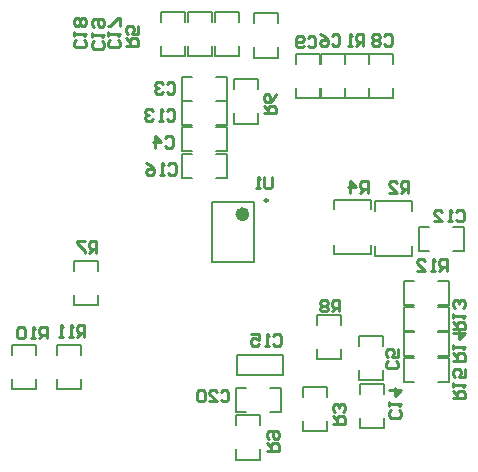
<source format=gbo>
G04 Layer_Color=32896*
%FSTAX24Y24*%
%MOIN*%
G70*
G01*
G75*
%ADD26C,0.0079*%
%ADD42C,0.0100*%
%ADD43C,0.0236*%
%ADD44C,0.0098*%
%ADD48C,0.0050*%
%ADD49C,0.0070*%
D26*
X034659Y028566D02*
Y030534D01*
X033241Y028566D02*
Y030534D01*
X034659D01*
X033241Y028566D02*
X034659D01*
D42*
X0351Y02225D02*
X035494D01*
Y022447D01*
X035428Y022512D01*
X035297D01*
X035231Y022447D01*
Y02225D01*
Y022381D02*
X0351Y022512D01*
X035166Y022644D02*
X0351Y022709D01*
Y02284D01*
X035166Y022906D01*
X035428D01*
X035494Y02284D01*
Y022709D01*
X035428Y022644D01*
X035362D01*
X035297Y022709D01*
Y022906D01*
X0375Y0269D02*
Y027294D01*
X037303D01*
X037238Y027228D01*
Y027097D01*
X037303Y027031D01*
X0375D01*
X037369D02*
X037238Y0269D01*
X037106Y027228D02*
X037041Y027294D01*
X03691D01*
X036844Y027228D01*
Y027162D01*
X03691Y027097D01*
X036844Y027031D01*
Y026966D01*
X03691Y0269D01*
X037041D01*
X037106Y026966D01*
Y027031D01*
X037041Y027097D01*
X037106Y027162D01*
Y027228D01*
X037041Y027097D02*
X03691D01*
X0294Y02885D02*
Y029244D01*
X029203D01*
X029138Y029178D01*
Y029047D01*
X029203Y028981D01*
X0294D01*
X029269D02*
X029138Y02885D01*
X029006Y029244D02*
X028744D01*
Y029178D01*
X029006Y028916D01*
Y02885D01*
X035Y0335D02*
X035394D01*
Y033697D01*
X035328Y033762D01*
X035197D01*
X035131Y033697D01*
Y0335D01*
Y033631D02*
X035Y033762D01*
X035394Y034156D02*
X035328Y034025D01*
X035197Y033894D01*
X035066D01*
X035Y033959D01*
Y03409D01*
X035066Y034156D01*
X035131D01*
X035197Y03409D01*
Y033894D01*
X0304Y03575D02*
X030794D01*
Y035947D01*
X030728Y036012D01*
X030597D01*
X030531Y035947D01*
Y03575D01*
Y035881D02*
X0304Y036012D01*
X030794Y036406D02*
Y036144D01*
X030597D01*
X030662Y036275D01*
Y03634D01*
X030597Y036406D01*
X030466D01*
X0304Y03634D01*
Y036209D01*
X030466Y036144D01*
X03845Y03085D02*
Y031244D01*
X038253D01*
X038188Y031178D01*
Y031047D01*
X038253Y030981D01*
X03845D01*
X038319D02*
X038188Y03085D01*
X03786D02*
Y031244D01*
X038056Y031047D01*
X037794D01*
X0373Y02315D02*
X037694D01*
Y023347D01*
X037628Y023412D01*
X037497D01*
X037431Y023347D01*
Y02315D01*
Y023281D02*
X0373Y023412D01*
X037628Y023544D02*
X037694Y023609D01*
Y02374D01*
X037628Y023806D01*
X037562D01*
X037497Y02374D01*
Y023675D01*
Y02374D01*
X037431Y023806D01*
X037366D01*
X0373Y02374D01*
Y023609D01*
X037366Y023544D01*
X0398Y03085D02*
Y031244D01*
X039603D01*
X039538Y031178D01*
Y031047D01*
X039603Y030981D01*
X0398D01*
X039669D02*
X039538Y03085D01*
X039144D02*
X039406D01*
X039144Y031112D01*
Y031178D01*
X03921Y031244D01*
X039341D01*
X039406Y031178D01*
X0383Y03575D02*
Y036144D01*
X038103D01*
X038038Y036078D01*
Y035947D01*
X038103Y035881D01*
X0383D01*
X038169D02*
X038038Y03575D01*
X037906D02*
X037775D01*
X037841D01*
Y036144D01*
X037906Y036078D01*
X033538Y024228D02*
X033603Y024294D01*
X033734D01*
X0338Y024228D01*
Y023966D01*
X033734Y0239D01*
X033603D01*
X033538Y023966D01*
X033144Y0239D02*
X033406D01*
X033144Y024162D01*
Y024228D01*
X03321Y024294D01*
X033341D01*
X033406Y024228D01*
X033013D02*
X032947Y024294D01*
X032816D01*
X03275Y024228D01*
Y023966D01*
X032816Y0239D01*
X032947D01*
X033013Y023966D01*
Y024228D01*
X029578Y035912D02*
X029644Y035847D01*
Y035716D01*
X029578Y03565D01*
X029316D01*
X02925Y035716D01*
Y035847D01*
X029316Y035912D01*
X02925Y036044D02*
Y036175D01*
Y036109D01*
X029644D01*
X029578Y036044D01*
X029316Y036372D02*
X02925Y036437D01*
Y036568D01*
X029316Y036634D01*
X029578D01*
X029644Y036568D01*
Y036437D01*
X029578Y036372D01*
X029512D01*
X029447Y036437D01*
Y036634D01*
X028978Y035962D02*
X029044Y035897D01*
Y035766D01*
X028978Y0357D01*
X028716D01*
X02865Y035766D01*
Y035897D01*
X028716Y035962D01*
X02865Y036094D02*
Y036225D01*
Y036159D01*
X029044D01*
X028978Y036094D01*
Y036422D02*
X029044Y036487D01*
Y036618D01*
X028978Y036684D01*
X028912D01*
X028847Y036618D01*
X028781Y036684D01*
X028716D01*
X02865Y036618D01*
Y036487D01*
X028716Y036422D01*
X028781D01*
X028847Y036487D01*
X028912Y036422D01*
X028978D01*
X028847Y036487D02*
Y036618D01*
X030128Y035962D02*
X030194Y035897D01*
Y035766D01*
X030128Y0357D01*
X029866D01*
X0298Y035766D01*
Y035897D01*
X029866Y035962D01*
X0298Y036094D02*
Y036225D01*
Y036159D01*
X030194D01*
X030128Y036094D01*
X030194Y036422D02*
Y036684D01*
X030128D01*
X029866Y036422D01*
X0298D01*
X031788Y031778D02*
X031853Y031844D01*
X031984D01*
X03205Y031778D01*
Y031516D01*
X031984Y03145D01*
X031853D01*
X031788Y031516D01*
X031656Y03145D02*
X031525D01*
X031591D01*
Y031844D01*
X031656Y031778D01*
X031066Y031844D02*
X031197Y031778D01*
X031328Y031647D01*
Y031516D01*
X031263Y03145D01*
X031132D01*
X031066Y031516D01*
Y031581D01*
X031132Y031647D01*
X031328D01*
X039478Y023612D02*
X039544Y023547D01*
Y023416D01*
X039478Y02335D01*
X039216D01*
X03915Y023416D01*
Y023547D01*
X039216Y023612D01*
X03915Y023744D02*
Y023875D01*
Y023809D01*
X039544D01*
X039478Y023744D01*
X03915Y024268D02*
X039544D01*
X039347Y024072D01*
Y024334D01*
X031738Y033578D02*
X031803Y033644D01*
X031934D01*
X032Y033578D01*
Y033316D01*
X031934Y03325D01*
X031803D01*
X031738Y033316D01*
X031606Y03325D02*
X031475D01*
X031541D01*
Y033644D01*
X031606Y033578D01*
X031278D02*
X031213Y033644D01*
X031082D01*
X031016Y033578D01*
Y033512D01*
X031082Y033447D01*
X031147D01*
X031082D01*
X031016Y033381D01*
Y033316D01*
X031082Y03325D01*
X031213D01*
X031278Y033316D01*
X041388Y030228D02*
X041453Y030294D01*
X041584D01*
X04165Y030228D01*
Y029966D01*
X041584Y0299D01*
X041453D01*
X041388Y029966D01*
X041256Y0299D02*
X041125D01*
X041191D01*
Y030294D01*
X041256Y030228D01*
X040666Y0299D02*
X040928D01*
X040666Y030162D01*
Y030228D01*
X040732Y030294D01*
X040863D01*
X040928Y030228D01*
X036438Y036028D02*
X036503Y036094D01*
X036634D01*
X0367Y036028D01*
Y035766D01*
X036634Y0357D01*
X036503D01*
X036438Y035766D01*
X036306D02*
X036241Y0357D01*
X03611D01*
X036044Y035766D01*
Y036028D01*
X03611Y036094D01*
X036241D01*
X036306Y036028D01*
Y035962D01*
X036241Y035897D01*
X036044D01*
X038988Y036078D02*
X039053Y036144D01*
X039184D01*
X03925Y036078D01*
Y035816D01*
X039184Y03575D01*
X039053D01*
X038988Y035816D01*
X038856Y036078D02*
X038791Y036144D01*
X03866D01*
X038594Y036078D01*
Y036012D01*
X03866Y035947D01*
X038594Y035881D01*
Y035816D01*
X03866Y03575D01*
X038791D01*
X038856Y035816D01*
Y035881D01*
X038791Y035947D01*
X038856Y036012D01*
Y036078D01*
X038791Y035947D02*
X03866D01*
X037238Y036078D02*
X037303Y036144D01*
X037434D01*
X0375Y036078D01*
Y035816D01*
X037434Y03575D01*
X037303D01*
X037238Y035816D01*
X036844Y036144D02*
X036975Y036078D01*
X037106Y035947D01*
Y035816D01*
X037041Y03575D01*
X03691D01*
X036844Y035816D01*
Y035881D01*
X03691Y035947D01*
X037106D01*
X039378Y025262D02*
X039444Y025197D01*
Y025066D01*
X039378Y025D01*
X039116D01*
X03905Y025066D01*
Y025197D01*
X039116Y025262D01*
X039444Y025656D02*
Y025394D01*
X039247D01*
X039312Y025525D01*
Y02559D01*
X039247Y025656D01*
X039116D01*
X03905Y02559D01*
Y025459D01*
X039116Y025394D01*
X031688Y032678D02*
X031753Y032744D01*
X031884D01*
X03195Y032678D01*
Y032416D01*
X031884Y03235D01*
X031753D01*
X031688Y032416D01*
X03136Y03235D02*
Y032744D01*
X031556Y032547D01*
X031294D01*
X031738Y034478D02*
X031803Y034544D01*
X031934D01*
X032Y034478D01*
Y034216D01*
X031934Y03415D01*
X031803D01*
X031738Y034216D01*
X031606Y034478D02*
X031541Y034544D01*
X03141D01*
X031344Y034478D01*
Y034412D01*
X03141Y034347D01*
X031475D01*
X03141D01*
X031344Y034281D01*
Y034216D01*
X03141Y03415D01*
X031541D01*
X031606Y034216D01*
X02775Y026D02*
Y026394D01*
X027553D01*
X027488Y026328D01*
Y026197D01*
X027553Y026131D01*
X02775D01*
X027619D02*
X027488Y026D01*
X027356D02*
X027225D01*
X027291D01*
Y026394D01*
X027356Y026328D01*
X027028D02*
X026963Y026394D01*
X026832D01*
X026766Y026328D01*
Y026066D01*
X026832Y026D01*
X026963D01*
X027028Y026066D01*
Y026328D01*
X029Y02605D02*
Y026444D01*
X028803D01*
X028738Y026378D01*
Y026247D01*
X028803Y026181D01*
X029D01*
X028869D02*
X028738Y02605D01*
X028606D02*
X028475D01*
X028541D01*
Y026444D01*
X028606Y026378D01*
X028278Y02605D02*
X028147D01*
X028213D01*
Y026444D01*
X028278Y026378D01*
X035278Y026088D02*
X035343Y026154D01*
X035474D01*
X03554Y026088D01*
Y025826D01*
X035474Y02576D01*
X035343D01*
X035278Y025826D01*
X035146Y02576D02*
X035015D01*
X035081D01*
Y026154D01*
X035146Y026088D01*
X034556Y026154D02*
X034818D01*
Y025957D01*
X034687Y026022D01*
X034622D01*
X034556Y025957D01*
Y025826D01*
X034622Y02576D01*
X034753D01*
X034818Y025826D01*
X04108Y02824D02*
Y028634D01*
X040883D01*
X040818Y028568D01*
Y028437D01*
X040883Y028371D01*
X04108D01*
X040949D02*
X040818Y02824D01*
X040686D02*
X040555D01*
X040621D01*
Y028634D01*
X040686Y028568D01*
X040096Y02824D02*
X040358D01*
X040096Y028502D01*
Y028568D01*
X040162Y028634D01*
X040293D01*
X040358Y028568D01*
X0413Y0263D02*
X041694D01*
Y026497D01*
X041628Y026562D01*
X041497D01*
X041431Y026497D01*
Y0263D01*
Y026431D02*
X0413Y026562D01*
Y026694D02*
Y026825D01*
Y026759D01*
X041694D01*
X041628Y026694D01*
Y027022D02*
X041694Y027087D01*
Y027218D01*
X041628Y027284D01*
X041562D01*
X041497Y027218D01*
Y027153D01*
Y027218D01*
X041431Y027284D01*
X041366D01*
X0413Y027218D01*
Y027087D01*
X041366Y027022D01*
X0413Y02525D02*
X041694D01*
Y025447D01*
X041628Y025512D01*
X041497D01*
X041431Y025447D01*
Y02525D01*
Y025381D02*
X0413Y025512D01*
Y025644D02*
Y025775D01*
Y025709D01*
X041694D01*
X041628Y025644D01*
X0413Y026168D02*
X041694D01*
X041497Y025972D01*
Y026234D01*
X0413Y024D02*
X041694D01*
Y024197D01*
X041628Y024262D01*
X041497D01*
X041431Y024197D01*
Y024D01*
Y024131D02*
X0413Y024262D01*
Y024394D02*
Y024525D01*
Y024459D01*
X041694D01*
X041628Y024394D01*
X041694Y024984D02*
Y024722D01*
X041497D01*
X041562Y024853D01*
Y024918D01*
X041497Y024984D01*
X041366D01*
X0413Y024918D01*
Y024787D01*
X041366Y024722D01*
X03525Y031394D02*
Y031066D01*
X035184Y031D01*
X035053D01*
X034988Y031066D01*
Y031394D01*
X034856Y031D02*
X034725D01*
X034791D01*
Y031394D01*
X034856Y031328D01*
D43*
X034383Y030141D02*
G03*
X034383Y030141I-000118J0D01*
G01*
D44*
X035111Y030603D02*
G03*
X035111Y030603I-000049J0D01*
G01*
D48*
X03408Y02477D02*
Y02544D01*
Y02477D02*
X03561D01*
Y02544D01*
X03408D02*
X03561D01*
D49*
X0408Y02705D02*
X04114D01*
Y02665D02*
Y02705D01*
Y02625D02*
Y02665D01*
X0408Y02625D02*
X04114D01*
X03966D02*
X04D01*
X03966D02*
Y02665D01*
Y02705D01*
X04D01*
X0408Y0262D02*
X04114D01*
Y0258D02*
Y0262D01*
Y0254D02*
Y0258D01*
X0408Y0254D02*
X04114D01*
X03966D02*
X04D01*
X03966D02*
Y0258D01*
Y0262D01*
X04D01*
X0408Y02535D02*
X04114D01*
Y02495D02*
Y02535D01*
Y02455D02*
Y02495D01*
X0408Y02455D02*
X04114D01*
X03966D02*
X04D01*
X03966D02*
Y02495D01*
Y02535D01*
X04D01*
X0377Y03401D02*
Y03435D01*
Y03401D02*
X0381D01*
X0385D01*
Y03435D01*
Y03515D02*
Y03549D01*
X0381D02*
X0385D01*
X0377D02*
X0381D01*
X0377Y03515D02*
Y03549D01*
X0408Y0279D02*
X04114D01*
Y0275D02*
Y0279D01*
Y0271D02*
Y0275D01*
X0408Y0271D02*
X04114D01*
X03966D02*
X04D01*
X03966D02*
Y0275D01*
Y0279D01*
X04D01*
X04016Y0297D02*
X0405D01*
X04016Y0293D02*
Y0297D01*
Y0289D02*
Y0293D01*
Y0289D02*
X0405D01*
X0413D02*
X04164D01*
Y0293D01*
Y0297D01*
X0413D02*
X04164D01*
X03226Y0347D02*
X0326D01*
X03226Y0343D02*
Y0347D01*
Y0339D02*
Y0343D01*
Y0339D02*
X0326D01*
X0334D02*
X03374D01*
Y0343D01*
Y0347D01*
X0334D02*
X03374D01*
X0393Y03515D02*
Y03549D01*
X0389D02*
X0393D01*
X0385D02*
X0389D01*
X0385Y03515D02*
Y03549D01*
Y03401D02*
Y03435D01*
Y03401D02*
X0389D01*
X0393D01*
Y03435D01*
X03226Y0339D02*
X0326D01*
X03226Y0335D02*
Y0339D01*
Y0331D02*
Y0335D01*
Y0331D02*
X0326D01*
X0334D02*
X03374D01*
Y0335D01*
Y0339D01*
X0334D02*
X03374D01*
X03485Y0231D02*
Y02344D01*
X03445D02*
X03485D01*
X03405D02*
X03445D01*
X03405Y0231D02*
Y02344D01*
Y02196D02*
Y0223D01*
Y02196D02*
X03445D01*
X03485D01*
Y0223D01*
X03406Y02435D02*
X0344D01*
X03406Y02395D02*
Y02435D01*
Y02355D02*
Y02395D01*
Y02355D02*
X0344D01*
X0352D02*
X03554D01*
Y02395D01*
Y02435D01*
X0352D02*
X03554D01*
X037333Y030633D02*
X038567D01*
Y030316D02*
Y030633D01*
X037333Y030316D02*
Y030633D01*
Y028809D02*
Y029126D01*
X038567Y028809D02*
Y029126D01*
X037333Y028809D02*
X038567D01*
X038683Y030583D02*
X039917D01*
Y030266D02*
Y030583D01*
X038683Y030266D02*
Y030583D01*
Y028759D02*
Y029076D01*
X039917Y028759D02*
Y029076D01*
X038683Y028759D02*
X039917D01*
X03226Y03215D02*
X0326D01*
X03226Y03175D02*
Y03215D01*
Y03135D02*
Y03175D01*
Y03135D02*
X0326D01*
X0334D02*
X03374D01*
Y03175D01*
Y03215D01*
X0334D02*
X03374D01*
X03465Y03536D02*
Y0357D01*
Y03536D02*
X03505D01*
X03545D01*
Y0357D01*
Y0365D02*
Y03684D01*
X03505D02*
X03545D01*
X03465D02*
X03505D01*
X03465Y0365D02*
Y03684D01*
X0363Y02291D02*
Y02325D01*
Y02291D02*
X0367D01*
X0371D01*
Y02325D01*
Y02405D02*
Y02439D01*
X0367D02*
X0371D01*
X0363D02*
X0367D01*
X0363Y02405D02*
Y02439D01*
X03755Y02645D02*
Y02679D01*
X03715D02*
X03755D01*
X03675D02*
X03715D01*
X03675Y02645D02*
Y02679D01*
Y02531D02*
Y02565D01*
Y02531D02*
X03715D01*
X03755D01*
Y02565D01*
X02865Y02711D02*
Y02745D01*
Y02711D02*
X02905D01*
X02945D01*
Y02745D01*
Y02825D02*
Y02859D01*
X02905D02*
X02945D01*
X02865D02*
X02905D01*
X02865Y02825D02*
Y02859D01*
X0348Y0343D02*
Y03464D01*
X0344D02*
X0348D01*
X034D02*
X0344D01*
X034Y0343D02*
Y03464D01*
Y03316D02*
Y0335D01*
Y03316D02*
X0344D01*
X0348D01*
Y0335D01*
X0274Y02431D02*
Y02465D01*
X027Y02431D02*
X0274D01*
X0266D02*
X027D01*
X0266D02*
Y02465D01*
Y02545D02*
Y02579D01*
X027D01*
X0274D01*
Y02545D02*
Y02579D01*
X03325Y03655D02*
Y03689D01*
X03285D02*
X03325D01*
X03245D02*
X03285D01*
X03245Y03655D02*
Y03689D01*
Y03541D02*
Y03575D01*
Y03541D02*
X03285D01*
X03325D01*
Y03575D01*
X03235Y03655D02*
Y03689D01*
X03195D02*
X03235D01*
X03155D02*
X03195D01*
X03155Y03655D02*
Y03689D01*
Y03541D02*
Y03575D01*
Y03541D02*
X03195D01*
X03235D01*
Y03575D01*
X03415Y03655D02*
Y03689D01*
X03375D02*
X03415D01*
X03335D02*
X03375D01*
X03335Y03655D02*
Y03689D01*
Y03541D02*
Y03575D01*
Y03541D02*
X03375D01*
X03415D01*
Y03575D01*
X03815Y02461D02*
Y02495D01*
Y02461D02*
X03855D01*
X03895D01*
Y02495D01*
Y02575D02*
Y02609D01*
X03855D02*
X03895D01*
X03815D02*
X03855D01*
X03815Y02575D02*
Y02609D01*
X039Y02415D02*
Y02449D01*
X0386D02*
X039D01*
X0382D02*
X0386D01*
X0382Y02415D02*
Y02449D01*
Y02301D02*
Y02335D01*
Y02301D02*
X0386D01*
X039D01*
Y02335D01*
X03605Y03401D02*
Y03435D01*
Y03401D02*
X03645D01*
X03685D01*
Y03435D01*
Y03515D02*
Y03549D01*
X03645D02*
X03685D01*
X03605D02*
X03645D01*
X03605Y03515D02*
Y03549D01*
X0369Y03401D02*
Y03435D01*
Y03401D02*
X0373D01*
X0377D01*
Y03435D01*
Y03515D02*
Y03549D01*
X0373D02*
X0377D01*
X0369D02*
X0373D01*
X0369Y03515D02*
Y03549D01*
X03226Y03305D02*
X0326D01*
X03226Y03265D02*
Y03305D01*
Y03225D02*
Y03265D01*
Y03225D02*
X0326D01*
X0334D02*
X03374D01*
Y03265D01*
Y03305D01*
X0334D02*
X03374D01*
X0281Y02545D02*
Y02579D01*
X0285D01*
X0289D01*
Y02545D02*
Y02579D01*
Y02431D02*
Y02465D01*
X0285Y02431D02*
X0289D01*
X0281D02*
X0285D01*
X0281D02*
Y02465D01*
M02*

</source>
